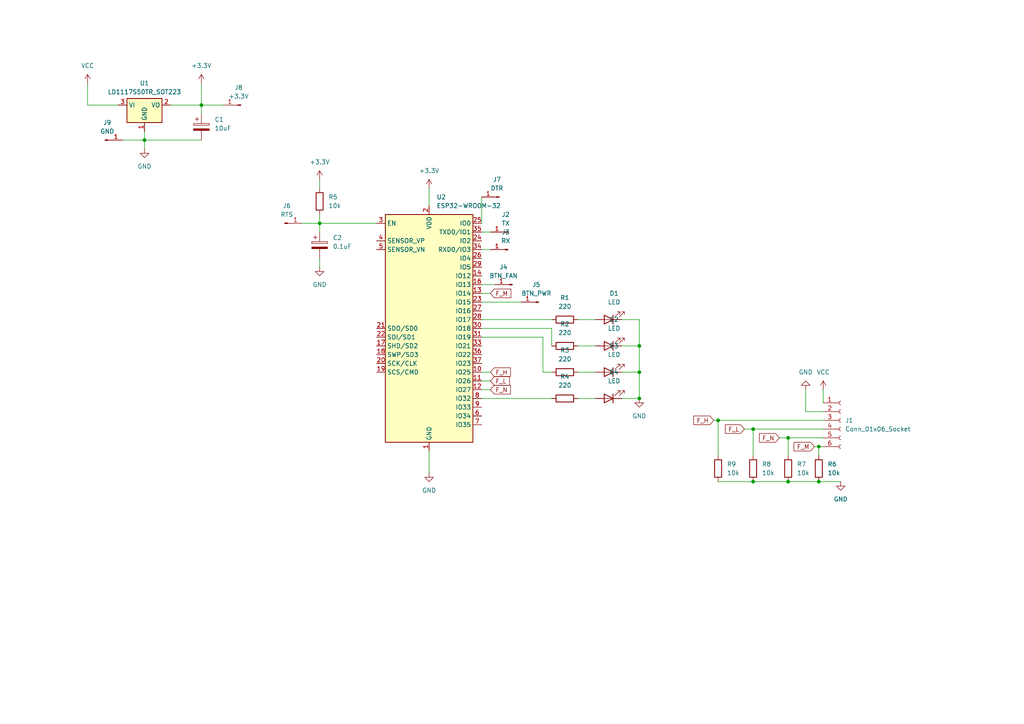
<source format=kicad_sch>
(kicad_sch (version 20250114) (generator "eeschema") (generator_version "9.0")
  (paper "A4")
  (title_block (title "Levoit Core200s") (date "08/2025") (rev "0"))
  (lib_symbols
    (symbol "Connector:Conn_01x01_Pin" (pin_names (offset 1.016) (hide yes))
      (property "Reference" "J" (at 0 2.54 0))
      (property "Value" "Conn_01x01_Pin" (at 0 -2.54 0))
      (symbol "Conn_01x01_Pin_1_1"
        (rectangle (start 0.8636 0.127) (end 0 -0.127) (stroke (width 0.1524)) (fill (type outline)))
        (polyline (pts (xy 1.27 0) (xy 0.8636 0)) (stroke (width 0.1524)))
        (pin passive line (at 5.08 0 180) (length 3.81) (name "Pin_1") (number "1"))
      )
    )
    (symbol "Connector:Conn_01x06_Socket" (pin_names (offset 1.016) (hide yes))
      (property "Reference" "J" (at 0 7.62 0))
      (property "Value" "Conn_01x06_Socket" (at 0 -10.16 0))
      (symbol "Conn_01x06_Socket_1_1"
        (polyline (pts (xy -1.27 5.08) (xy -0.508 5.08)) (stroke (width 0.1524)))
        (polyline (pts (xy -1.27 2.54) (xy -0.508 2.54)) (stroke (width 0.1524)))
        (polyline (pts (xy -1.27 0) (xy -0.508 0)) (stroke (width 0.1524)))
        (polyline (pts (xy -1.27 -2.54) (xy -0.508 -2.54)) (stroke (width 0.1524)))
        (polyline (pts (xy -1.27 -5.08) (xy -0.508 -5.08)) (stroke (width 0.1524)))
        (polyline (pts (xy -1.27 -7.62) (xy -0.508 -7.62)) (stroke (width 0.1524)))
        (arc (start 0 4.572) (mid -0.5058 5.08) (end 0 5.588) (stroke (width 0.1524)))
        (arc (start 0 2.032) (mid -0.5058 2.54) (end 0 3.048) (stroke (width 0.1524)))
        (arc (start 0 -0.508) (mid -0.5058 0) (end 0 0.508) (stroke (width 0.1524)))
        (arc (start 0 -3.048) (mid -0.5058 -2.54) (end 0 -2.032) (stroke (width 0.1524)))
        (arc (start 0 -5.588) (mid -0.5058 -5.08) (end 0 -4.572) (stroke (width 0.1524)))
        (arc (start 0 -8.128) (mid -0.5058 -7.62) (end 0 -7.112) (stroke (width 0.1524)))
        (pin passive line (at -5.08 5.08 0) (length 3.81) (name "Pin_1") (number "1"))
        (pin passive line (at -5.08 2.54 0) (length 3.81) (name "Pin_2") (number "2"))
        (pin passive line (at -5.08 0 0) (length 3.81) (name "Pin_3") (number "3"))
        (pin passive line (at -5.08 -2.54 0) (length 3.81) (name "Pin_4") (number "4"))
        (pin passive line (at -5.08 -5.08 0) (length 3.81) (name "Pin_5") (number "5"))
        (pin passive line (at -5.08 -7.62 0) (length 3.81) (name "Pin_6") (number "6"))
      )
    )
    (symbol "Device:C_Polarized" (pin_numbers (hide yes)) (pin_names (offset 0.254))
      (property "Reference" "C" (at 0.635 2.54 0))
      (property "Value" "C_Polarized" (at 0.635 -2.54 0))
      (symbol "C_Polarized_0_1"
        (rectangle (start -2.286 0.508) (end 2.286 1.016))
        (polyline (pts (xy -1.778 2.286) (xy -0.762 2.286)))
        (polyline (pts (xy -1.27 2.794) (xy -1.27 1.778)))
        (rectangle (start 2.286 -0.508) (end -2.286 -1.016) (fill (type outline)))
      )
      (symbol "C_Polarized_1_1"
        (pin passive line (at 0 3.81 270) (length 2.794) (name "~") (number "1"))
        (pin passive line (at 0 -3.81 90) (length 2.794) (name "~") (number "2"))
      )
    )
    (symbol "Device:LED" (pin_numbers (hide yes)) (pin_names (offset 1.016) (hide yes))
      (property "Reference" "D" (at 0 2.54 0))
      (property "Value" "LED" (at 0 -2.54 0))
      (symbol "LED_0_1"
        (polyline (pts (xy -3.048 -0.762) (xy -4.572 -2.286) (xy -3.81 -2.286) (xy -4.572 -2.286) (xy -4.572 -1.524)))
        (polyline (pts (xy -1.778 -0.762) (xy -3.302 -2.286) (xy -2.54 -2.286) (xy -3.302 -2.286) (xy -3.302 -1.524)))
        (polyline (pts (xy -1.27 0) (xy 1.27 0)))
        (polyline (pts (xy -1.27 -1.27) (xy -1.27 1.27)) (stroke (width 0.254)))
        (polyline (pts (xy 1.27 -1.27) (xy 1.27 1.27) (xy -1.27 0) (xy 1.27 -1.27)) (stroke (width 0.254)))
      )
      (symbol "LED_1_1"
        (pin passive line (at -3.81 0 0) (length 2.54) (name "K") (number "1"))
        (pin passive line (at 3.81 0 180) (length 2.54) (name "A") (number "2"))
      )
    )
    (symbol "Device:R" (pin_numbers (hide yes)) (pin_names (offset 0))
      (property "Reference" "R" (at 2.032 0 90))
      (property "Value" "R" (at 0 0 90))
      (symbol "R_0_1"
        (rectangle (start -1.016 -2.54) (end 1.016 2.54) (stroke (width 0.254)))
      )
      (symbol "R_1_1"
        (pin passive line (at 0 3.81 270) (length 1.27) (name "~") (number "1"))
        (pin passive line (at 0 -3.81 90) (length 1.27) (name "~") (number "2"))
      )
    )
    (symbol "RF_Module:ESP32-WROOM-32"
      (property "Reference" "U" (at -12.7 34.29 0))
      (property "Value" "ESP32-WROOM-32" (at 1.27 34.29 0))
      (symbol "ESP32-WROOM-32_0_1"
        (rectangle (start -12.7 33.02) (end 12.7 -33.02) (stroke (width 0.254)) (fill (type background)))
      )
      (symbol "ESP32-WROOM-32_1_1"
        (pin input line (at -15.24 30.48 0) (length 2.54) (name "EN") (number "3"))
        (pin input line (at -15.24 25.4 0) (length 2.54) (name "SENSOR_VP") (number "4"))
        (pin input line (at -15.24 22.86 0) (length 2.54) (name "SENSOR_VN") (number "5"))
        (pin bidirectional line (at -15.24 0 0) (length 2.54) (name "SDO/SD0") (number "21"))
        (pin bidirectional line (at -15.24 -2.54 0) (length 2.54) (name "SDI/SD1") (number "22"))
        (pin bidirectional line (at -15.24 -5.08 0) (length 2.54) (name "SHD/SD2") (number "17"))
        (pin bidirectional line (at -15.24 -7.62 0) (length 2.54) (name "SWP/SD3") (number "18"))
        (pin bidirectional line (at -15.24 -10.16 0) (length 2.54) (name "SCK/CLK") (number "20"))
        (pin bidirectional line (at -15.24 -12.7 0) (length 2.54) (name "SCS/CMD") (number "19"))
        (pin no_connect line (at -12.7 -27.94 0) (length 2.54) (hide yes) (name "NC") (number "32"))
        (pin power_in line (at 0 35.56 270) (length 2.54) (name "VDD") (number "2"))
        (pin power_in line (at 0 -35.56 90) (length 2.54) (name "GND") (number "1"))
        (pin passive line (at 0 -35.56 90) (length 2.54) (hide yes) (name "GND") (number "15"))
        (pin passive line (at 0 -35.56 90) (length 2.54) (hide yes) (name "GND") (number "38"))
        (pin passive line (at 0 -35.56 90) (length 2.54) (hide yes) (name "GND") (number "39"))
        (pin bidirectional line (at 15.24 30.48 180) (length 2.54) (name "IO0") (number "25"))
        (pin bidirectional line (at 15.24 27.94 180) (length 2.54) (name "TXD0/IO1") (number "35"))
        (pin bidirectional line (at 15.24 25.4 180) (length 2.54) (name "IO2") (number "24"))
        (pin bidirectional line (at 15.24 22.86 180) (length 2.54) (name "RXD0/IO3") (number "34"))
        (pin bidirectional line (at 15.24 20.32 180) (length 2.54) (name "IO4") (number "26"))
        (pin bidirectional line (at 15.24 17.78 180) (length 2.54) (name "IO5") (number "29"))
        (pin bidirectional line (at 15.24 15.24 180) (length 2.54) (name "IO12") (number "14"))
        (pin bidirectional line (at 15.24 12.7 180) (length 2.54) (name "IO13") (number "16"))
        (pin bidirectional line (at 15.24 10.16 180) (length 2.54) (name "IO14") (number "13"))
        (pin bidirectional line (at 15.24 7.62 180) (length 2.54) (name "IO15") (number "23"))
        (pin bidirectional line (at 15.24 5.08 180) (length 2.54) (name "IO16") (number "27"))
        (pin bidirectional line (at 15.24 2.54 180) (length 2.54) (name "IO17") (number "28"))
        (pin bidirectional line (at 15.24 0 180) (length 2.54) (name "IO18") (number "30"))
        (pin bidirectional line (at 15.24 -2.54 180) (length 2.54) (name "IO19") (number "31"))
        (pin bidirectional line (at 15.24 -5.08 180) (length 2.54) (name "IO21") (number "33"))
        (pin bidirectional line (at 15.24 -7.62 180) (length 2.54) (name "IO22") (number "36"))
        (pin bidirectional line (at 15.24 -10.16 180) (length 2.54) (name "IO23") (number "37"))
        (pin bidirectional line (at 15.24 -12.7 180) (length 2.54) (name "IO25") (number "10"))
        (pin bidirectional line (at 15.24 -15.24 180) (length 2.54) (name "IO26") (number "11"))
        (pin bidirectional line (at 15.24 -17.78 180) (length 2.54) (name "IO27") (number "12"))
        (pin bidirectional line (at 15.24 -20.32 180) (length 2.54) (name "IO32") (number "8"))
        (pin bidirectional line (at 15.24 -22.86 180) (length 2.54) (name "IO33") (number "9"))
        (pin input line (at 15.24 -25.4 180) (length 2.54) (name "IO34") (number "6"))
        (pin input line (at 15.24 -27.94 180) (length 2.54) (name "IO35") (number "7"))
      )
    )
    (symbol "Regulator_Linear:LD1117S50TR_SOT223"
      (property "Reference" "U" (at -3.81 3.175 0))
      (property "Value" "LD1117S50TR_SOT223" (at 0 3.175 0))
      (symbol "LD1117S50TR_SOT223_0_1"
        (rectangle (start -5.08 -5.08) (end 5.08 1.905) (stroke (width 0.254)) (fill (type background)))
      )
      (symbol "LD1117S50TR_SOT223_1_1"
        (pin power_in line (at -7.62 0 0) (length 2.54) (name "VI") (number "3"))
        (pin power_in line (at 0 -7.62 90) (length 2.54) (name "GND") (number "1"))
        (pin power_out line (at 7.62 0 180) (length 2.54) (name "VO") (number "2"))
      )
    )
    (symbol "power:+3.3V" (power) (pin_numbers (hide yes)) (pin_names (offset 0) (hide yes))
      (property "Value" "+3.3V" (at 0 3.556 0))
      (symbol "+3.3V_0_1"
        (polyline (pts (xy -0.762 1.27) (xy 0 2.54)))
        (polyline (pts (xy 0 2.54) (xy 0.762 1.27)))
        (polyline (pts (xy 0 0) (xy 0 2.54)))
      )
      (symbol "+3.3V_1_1"
        (pin power_in line (at 0 0 90) (length 0) (name "~") (number "1"))
      )
    )
    (symbol "power:GND" (power) (pin_numbers (hide yes)) (pin_names (offset 0) (hide yes))
      (property "Value" "GND" (at 0 -3.81 0))
      (symbol "GND_0_1"
        (polyline (pts (xy 0 0) (xy 0 -1.27) (xy 1.27 -1.27) (xy 0 -2.54) (xy -1.27 -1.27) (xy 0 -1.27)))
      )
      (symbol "GND_1_1"
        (pin power_in line (at 0 0 270) (length 0) (name "~") (number "1"))
      )
    )
    (symbol "power:VCC" (power) (pin_numbers (hide yes)) (pin_names (offset 0) (hide yes))
      (property "Value" "VCC" (at 0 3.556 0))
      (symbol "VCC_0_1"
        (polyline (pts (xy -0.762 1.27) (xy 0 2.54)))
        (polyline (pts (xy 0 2.54) (xy 0.762 1.27)))
        (polyline (pts (xy 0 0) (xy 0 2.54)))
      )
      (symbol "VCC_1_1"
        (pin power_in line (at 0 0 90) (length 0) (name "~") (number "1"))
      )
    )
  )
  (junction (at 41.91 40.64))
  (junction (at 237.49 139.7))
  (junction (at 185.42 107.95))
  (junction (at 58.42 30.48))
  (junction (at 228.6 139.7))
  (junction (at 208.28 121.92))
  (junction (at 218.44 139.7))
  (junction (at 185.42 115.57))
  (junction (at 185.42 100.33))
  (junction (at 92.71 64.77))
  (junction (at 237.49 129.54))
  (junction (at 218.44 124.46))
  (junction (at 228.6 127))
  (wire (pts (xy 185.42 100.33) (xy 185.42 107.95)))
  (wire (pts (xy 167.64 107.95) (xy 172.72 107.95)))
  (wire (pts (xy 139.7 67.31) (xy 142.24 67.31)))
  (wire (pts (xy 92.71 64.77) (xy 92.71 67.31)))
  (wire (pts (xy 237.49 129.54) (xy 237.49 132.08)))
  (wire (pts (xy 139.7 92.71) (xy 160.02 92.71)))
  (wire (pts (xy 185.42 107.95) (xy 185.42 115.57)))
  (wire (pts (xy 228.6 127) (xy 238.76 127)))
  (wire (pts (xy 236.22 129.54) (xy 237.49 129.54)))
  (wire (pts (xy 124.46 54.61) (xy 124.46 59.69)))
  (wire (pts (xy 167.64 92.71) (xy 172.72 92.71)))
  (wire (pts (xy 139.7 110.49) (xy 142.24 110.49)))
  (wire (pts (xy 58.42 30.48) (xy 58.42 33.02)))
  (wire (pts (xy 49.53 30.48) (xy 58.42 30.48)))
  (wire (pts (xy 124.46 130.81) (xy 124.46 137.16)))
  (wire (pts (xy 208.28 121.92) (xy 208.28 132.08)))
  (wire (pts (xy 139.7 82.55) (xy 143.51 82.55)))
  (wire (pts (xy 139.7 85.09) (xy 142.24 85.09)))
  (wire (pts (xy 87.63 64.77) (xy 92.71 64.77)))
  (wire (pts (xy 151.13 87.63) (xy 139.7 87.63)))
  (wire (pts (xy 139.7 113.03) (xy 142.24 113.03)))
  (wire (pts (xy 25.4 30.48) (xy 34.29 30.48)))
  (wire (pts (xy 233.68 119.38) (xy 233.68 113.03)))
  (wire (pts (xy 160.02 95.25) (xy 160.02 100.33)))
  (wire (pts (xy 167.64 115.57) (xy 172.72 115.57)))
  (wire (pts (xy 139.7 72.39) (xy 142.24 72.39)))
  (wire (pts (xy 215.9 124.46) (xy 218.44 124.46)))
  (wire (pts (xy 237.49 139.7) (xy 243.84 139.7)))
  (wire (pts (xy 35.56 40.64) (xy 41.91 40.64)))
  (wire (pts (xy 92.71 64.77) (xy 92.71 62.23)))
  (wire (pts (xy 139.7 107.95) (xy 142.24 107.95)))
  (wire (pts (xy 25.4 30.48) (xy 25.4 24.13)))
  (wire (pts (xy 157.48 107.95) (xy 160.02 107.95)))
  (wire (pts (xy 180.34 107.95) (xy 185.42 107.95)))
  (wire (pts (xy 109.22 64.77) (xy 92.71 64.77)))
  (wire (pts (xy 180.34 115.57) (xy 185.42 115.57)))
  (wire (pts (xy 207.01 121.92) (xy 208.28 121.92)))
  (wire (pts (xy 41.91 40.64) (xy 58.42 40.64)))
  (wire (pts (xy 58.42 30.48) (xy 58.42 24.13)))
  (wire (pts (xy 41.91 38.1) (xy 41.91 40.64)))
  (wire (pts (xy 92.71 52.07) (xy 92.71 54.61)))
  (wire (pts (xy 218.44 124.46) (xy 218.44 132.08)))
  (wire (pts (xy 41.91 40.64) (xy 41.91 43.18)))
  (wire (pts (xy 180.34 92.71) (xy 185.42 92.71)))
  (wire (pts (xy 185.42 92.71) (xy 185.42 100.33)))
  (wire (pts (xy 238.76 119.38) (xy 233.68 119.38)))
  (wire (pts (xy 218.44 139.7) (xy 228.6 139.7)))
  (wire (pts (xy 157.48 97.79) (xy 157.48 107.95)))
  (wire (pts (xy 139.7 57.15) (xy 139.7 64.77)))
  (wire (pts (xy 226.06 127) (xy 228.6 127)))
  (wire (pts (xy 167.64 100.33) (xy 172.72 100.33)))
  (wire (pts (xy 139.7 97.79) (xy 157.48 97.79)))
  (wire (pts (xy 238.76 113.03) (xy 238.76 116.84)))
  (wire (pts (xy 139.7 115.57) (xy 160.02 115.57)))
  (wire (pts (xy 228.6 127) (xy 228.6 132.08)))
  (wire (pts (xy 92.71 74.93) (xy 92.71 77.47)))
  (wire (pts (xy 208.28 121.92) (xy 238.76 121.92)))
  (wire (pts (xy 139.7 95.25) (xy 160.02 95.25)))
  (wire (pts (xy 208.28 139.7) (xy 218.44 139.7)))
  (wire (pts (xy 218.44 124.46) (xy 238.76 124.46)))
  (wire (pts (xy 228.6 139.7) (xy 237.49 139.7)))
  (wire (pts (xy 180.34 100.33) (xy 185.42 100.33)))
  (wire (pts (xy 58.42 30.48) (xy 64.77 30.48)))
  (wire (pts (xy 237.49 129.54) (xy 238.76 129.54)))
  (global_label "F_H" (shape input) (at 142.24 107.95 0) (property "Intersheetrefs" "${INTERSHEET_REFS}" (effects (hide yes))))
  (global_label "F_M" (shape input) (at 142.24 85.09 0) (property "Intersheetrefs" "${INTERSHEET_REFS}" (effects (hide yes))))
  (global_label "F_N" (shape input) (at 226.06 127 180) (property "Intersheetrefs" "${INTERSHEET_REFS}" (effects (hide yes))))
  (global_label "F_L" (shape input) (at 215.9 124.46 180) (property "Intersheetrefs" "${INTERSHEET_REFS}" (effects (hide yes))))
  (global_label "F_H" (shape input) (at 207.01 121.92 180) (property "Intersheetrefs" "${INTERSHEET_REFS}" (effects (hide yes))))
  (global_label "F_M" (shape input) (at 236.22 129.54 180) (property "Intersheetrefs" "${INTERSHEET_REFS}" (effects (hide yes))))
  (global_label "F_L" (shape input) (at 142.24 110.49 0) (property "Intersheetrefs" "${INTERSHEET_REFS}" (effects (hide yes))))
  (global_label "F_N" (shape input) (at 142.24 113.03 0) (property "Intersheetrefs" "${INTERSHEET_REFS}" (effects (hide yes))))
  (symbol (lib_id "Device:LED") (at 176.53 100.33 180) (unit 1)
    (property "Reference" "D2" (at 178.1175 92.71 0))
    (property "Value" "LED" (at 178.1175 95.25 0))
    (property "Footprint" "LED_THT:LED_D3.0mm" (effects (hide yes)))
    (property "Description" "Light emitting diode" (effects (hide yes)))
    (property "Sim.Pins" "1=K 2=A" (effects (hide yes)))
  )
  (symbol (lib_id "power:GND") (at 185.42 115.57 0) (unit 1)
    (property "Reference" "#PWR08" (effects (hide yes)))
    (property "Value" "GND" (at 185.42 120.65 0))
    (property "Description" "Power symbol creates a global label with name \"GND\" , ground" (effects (hide yes)))
  )
  (symbol (lib_id "power:+3.3V") (at 124.46 54.61 0) (mirror y) (unit 1)
    (property "Reference" "#PWR05" (effects (hide yes)))
    (property "Value" "+3.3V" (at 124.46 49.53 0))
    (property "Description" "Power symbol creates a global label with name \"+3.3V\"" (effects (hide yes)))
  )
  (symbol (lib_id "Device:R") (at 228.6 135.89 180) (unit 1)
    (property "Reference" "R7" (at 231.14 134.6199 0) (effects (justify right)))
    (property "Value" "10k" (at 231.14 137.1599 0) (effects (justify right)))
    (property "Footprint" "Resistor_THT:R_Axial_DIN0204_L3.6mm_D1.6mm_P5.08mm_Horizontal" (effects (hide yes)))
    (property "Description" "Resistor" (effects (hide yes)))
  )
  (symbol (lib_id "power:GND") (at 233.68 113.03 180) (unit 1)
    (property "Reference" "#PWR07" (effects (hide yes)))
    (property "Value" "GND" (at 233.68 107.95 0))
    (property "Description" "Power symbol creates a global label with name \"GND\" , ground" (effects (hide yes)))
  )
  (symbol (lib_id "Device:LED") (at 176.53 92.71 180) (unit 1)
    (property "Reference" "D1" (at 178.1175 85.09 0))
    (property "Value" "LED" (at 178.1175 87.63 0))
    (property "Footprint" "LED_THT:LED_D3.0mm" (effects (hide yes)))
    (property "Description" "Light emitting diode" (effects (hide yes)))
    (property "Sim.Pins" "1=K 2=A" (effects (hide yes)))
  )
  (symbol (lib_id "power:VCC") (at 25.4 24.13 0) (unit 1)
    (property "Reference" "#PWR02" (effects (hide yes)))
    (property "Value" "VCC" (at 25.4 19.05 0))
    (property "Description" "Power symbol creates a global label with name \"VCC\"" (effects (hide yes)))
  )
  (symbol (lib_id "power:GND") (at 124.46 137.16 0) (unit 1)
    (property "Reference" "#PWR03" (effects (hide yes)))
    (property "Value" "GND" (at 124.46 142.24 0))
    (property "Description" "Power symbol creates a global label with name \"GND\" , ground" (effects (hide yes)))
  )
  (symbol (lib_id "Device:R") (at 163.83 100.33 90) (unit 1)
    (property "Reference" "R2" (at 163.83 93.98 90))
    (property "Value" "220" (at 163.83 96.52 90))
    (property "Footprint" "Resistor_THT:R_Axial_DIN0204_L3.6mm_D1.6mm_P5.08mm_Horizontal" (effects (hide yes)))
    (property "Description" "Resistor" (effects (hide yes)))
  )
  (symbol (lib_id "Connector:Conn_01x01_Pin") (at 156.21 87.63 180) (unit 1)
    (property "Reference" "J5" (at 155.575 82.55 0))
    (property "Value" "BTN_PWR" (at 155.575 85.09 0))
    (property "Footprint" "Connector_PinHeader_1.00mm:PinHeader_1x01_P1.00mm_Vertical" (effects (hide yes)))
    (property "Description" "Generic connector, single row, 01x01, script generated" (effects (hide yes)))
  )
  (symbol (lib_id "Device:C_Polarized") (at 58.42 36.83 0) (unit 1)
    (property "Reference" "C1" (at 62.23 34.6709 0) (effects (justify left)))
    (property "Value" "10uF" (at 62.23 37.2109 0) (effects (justify left)))
    (property "Footprint" "Capacitor_THT:CP_Radial_D5.0mm_P2.50mm" (effects (hide yes)))
    (property "Description" "Polarized capacitor" (effects (hide yes)))
  )
  (symbol (lib_id "Connector:Conn_01x01_Pin") (at 147.32 72.39 180) (unit 1)
    (property "Reference" "J3" (at 146.685 67.31 0))
    (property "Value" "RX" (at 146.685 69.85 0))
    (property "Footprint" "Connector_PinHeader_1.00mm:PinHeader_1x01_P1.00mm_Vertical" (effects (hide yes)))
    (property "Description" "Generic connector, single row, 01x01, script generated" (effects (hide yes)))
  )
  (symbol (lib_id "Device:LED") (at 176.53 115.57 180) (unit 1)
    (property "Reference" "D4" (at 178.1175 107.95 0))
    (property "Value" "LED" (at 178.1175 110.49 0))
    (property "Footprint" "LED_THT:LED_D3.0mm" (effects (hide yes)))
    (property "Description" "Light emitting diode" (effects (hide yes)))
    (property "Sim.Pins" "1=K 2=A" (effects (hide yes)))
  )
  (symbol (lib_id "Device:R") (at 92.71 58.42 180) (unit 1)
    (property "Reference" "R5" (at 95.25 57.1499 0) (effects (justify right)))
    (property "Value" "10k" (at 95.25 59.6899 0) (effects (justify right)))
    (property "Footprint" "Resistor_THT:R_Axial_DIN0204_L3.6mm_D1.6mm_P5.08mm_Horizontal" (effects (hide yes)))
    (property "Description" "Resistor" (effects (hide yes)))
  )
  (symbol (lib_id "Device:R") (at 218.44 135.89 180) (unit 1)
    (property "Reference" "R8" (at 220.98 134.6199 0) (effects (justify right)))
    (property "Value" "10k" (at 220.98 137.1599 0) (effects (justify right)))
    (property "Footprint" "Resistor_THT:R_Axial_DIN0204_L3.6mm_D1.6mm_P5.08mm_Horizontal" (effects (hide yes)))
    (property "Description" "Resistor" (effects (hide yes)))
  )
  (symbol (lib_id "Device:R") (at 163.83 92.71 90) (unit 1)
    (property "Reference" "R1" (at 163.83 86.36 90))
    (property "Value" "220" (at 163.83 88.9 90))
    (property "Footprint" "Resistor_THT:R_Axial_DIN0204_L3.6mm_D1.6mm_P5.08mm_Horizontal" (effects (hide yes)))
    (property "Description" "Resistor" (effects (hide yes)))
  )
  (symbol (lib_id "power:+3.3V") (at 92.71 52.07 0) (mirror y) (unit 1)
    (property "Reference" "#PWR09" (effects (hide yes)))
    (property "Value" "+3.3V" (at 92.71 46.99 0))
    (property "Description" "Power symbol creates a global label with name \"+3.3V\"" (effects (hide yes)))
  )
  (symbol (lib_id "Device:LED") (at 176.53 107.95 180) (unit 1)
    (property "Reference" "D3" (at 178.1175 100.33 0))
    (property "Value" "LED" (at 178.1175 102.87 0))
    (property "Footprint" "LED_THT:LED_D3.0mm" (effects (hide yes)))
    (property "Description" "Light emitting diode" (effects (hide yes)))
    (property "Sim.Pins" "1=K 2=A" (effects (hide yes)))
  )
  (symbol (lib_id "Device:R") (at 237.49 135.89 180) (unit 1)
    (property "Reference" "R6" (at 240.03 134.6199 0) (effects (justify right)))
    (property "Value" "10k" (at 240.03 137.1599 0) (effects (justify right)))
    (property "Footprint" "Resistor_THT:R_Axial_DIN0204_L3.6mm_D1.6mm_P5.08mm_Horizontal" (effects (hide yes)))
    (property "Description" "Resistor" (effects (hide yes)))
  )
  (symbol (lib_id "Device:C_Polarized") (at 92.71 71.12 0) (unit 1)
    (property "Reference" "C2" (at 96.52 68.9609 0) (effects (justify left)))
    (property "Value" "0.1uF" (at 96.52 71.5009 0) (effects (justify left)))
    (property "Footprint" "Capacitor_THT:CP_Radial_D5.0mm_P2.50mm" (effects (hide yes)))
    (property "Description" "Polarized capacitor" (effects (hide yes)))
  )
  (symbol (lib_id "Device:R") (at 163.83 107.95 90) (unit 1)
    (property "Reference" "R3" (at 163.83 101.6 90))
    (property "Value" "220" (at 163.83 104.14 90))
    (property "Footprint" "Resistor_THT:R_Axial_DIN0204_L3.6mm_D1.6mm_P5.08mm_Horizontal" (effects (hide yes)))
    (property "Description" "Resistor" (effects (hide yes)))
  )
  (symbol (lib_id "power:VCC") (at 238.76 113.03 0) (unit 1)
    (property "Reference" "#PWR06" (effects (hide yes)))
    (property "Value" "VCC" (at 238.76 107.95 0))
    (property "Description" "Power symbol creates a global label with name \"VCC\"" (effects (hide yes)))
  )
  (symbol (lib_id "Connector:Conn_01x01_Pin") (at 144.78 57.15 180) (unit 1)
    (property "Reference" "J7" (at 144.145 52.07 0))
    (property "Value" "DTR" (at 144.145 54.61 0))
    (property "Footprint" "Connector_PinHeader_1.00mm:PinHeader_1x01_P1.00mm_Vertical" (effects (hide yes)))
    (property "Description" "Generic connector, single row, 01x01, script generated" (effects (hide yes)))
  )
  (symbol (lib_id "RF_Module:ESP32-WROOM-32") (at 124.46 95.25 0) (unit 1)
    (property "Reference" "U2" (at 126.6033 57.15 0) (effects (justify left)))
    (property "Value" "ESP32-WROOM-32" (at 126.6033 59.69 0) (effects (justify left)))
    (property "Footprint" "RF_Module:ESP32-WROOM-32" (effects (hide yes)))
    (property "Datasheet" "https://www.espressif.com/sites/default/files/documentation/esp32-wroom-32_datasheet_en.pdf" (effects (hide yes)))
    (property "Description" "RF Module, ESP32-D0WDQ6 SoC, Wi-Fi 802.11b/g/n, Bluetooth, BLE, 32-bit, 2.7-3.6V, onboard antenna, SMD" (effects (hide yes)))
  )
  (symbol (lib_id "Connector:Conn_01x01_Pin") (at 69.85 30.48 180) (unit 1)
    (property "Reference" "J8" (at 69.215 25.4 0))
    (property "Value" "+3.3V" (at 69.215 27.94 0))
    (property "Footprint" "Connector_PinHeader_1.00mm:PinHeader_1x01_P1.00mm_Vertical" (effects (hide yes)))
    (property "Description" "Generic connector, single row, 01x01, script generated" (effects (hide yes)))
  )
  (symbol (lib_id "Device:R") (at 208.28 135.89 180) (unit 1)
    (property "Reference" "R9" (at 210.82 134.6199 0) (effects (justify right)))
    (property "Value" "10k" (at 210.82 137.1599 0) (effects (justify right)))
    (property "Footprint" "Resistor_THT:R_Axial_DIN0204_L3.6mm_D1.6mm_P5.08mm_Horizontal" (effects (hide yes)))
    (property "Description" "Resistor" (effects (hide yes)))
  )
  (symbol (lib_id "power:GND") (at 41.91 43.18 0) (unit 1)
    (property "Reference" "#PWR01" (effects (hide yes)))
    (property "Value" "GND" (at 41.91 48.26 0))
    (property "Description" "Power symbol creates a global label with name \"GND\" , ground" (effects (hide yes)))
  )
  (symbol (lib_id "Connector:Conn_01x01_Pin") (at 148.59 82.55 180) (unit 1)
    (property "Reference" "J4" (at 146.05 77.47 0))
    (property "Value" "BTN_FAN" (at 146.05 80.01 0))
    (property "Footprint" "Connector_PinHeader_1.00mm:PinHeader_1x01_P1.00mm_Vertical" (effects (hide yes)))
    (property "Description" "Generic connector, single row, 01x01, script generated" (effects (hide yes)))
  )
  (symbol (lib_id "power:+3.3V") (at 58.42 24.13 0) (mirror y) (unit 1)
    (property "Reference" "#PWR04" (effects (hide yes)))
    (property "Value" "+3.3V" (at 58.42 19.05 0))
    (property "Description" "Power symbol creates a global label with name \"+3.3V\"" (effects (hide yes)))
  )
  (symbol (lib_id "Connector:Conn_01x01_Pin") (at 82.55 64.77 0) (unit 1)
    (property "Reference" "J6" (at 83.185 59.69 0))
    (property "Value" "RTS" (at 83.185 62.23 0))
    (property "Footprint" "Connector_PinHeader_1.00mm:PinHeader_1x01_P1.00mm_Vertical" (effects (hide yes)))
    (property "Description" "Generic connector, single row, 01x01, script generated" (effects (hide yes)))
  )
  (symbol (lib_id "power:GND") (at 243.84 139.7 0) (unit 1)
    (property "Reference" "#PWR011" (effects (hide yes)))
    (property "Value" "GND" (at 243.84 144.78 0))
    (property "Description" "Power symbol creates a global label with name \"GND\" , ground" (effects (hide yes)))
  )
  (symbol (lib_id "Connector:Conn_01x01_Pin") (at 30.48 40.64 0) (unit 1)
    (property "Reference" "J9" (at 31.115 35.56 0))
    (property "Value" "GND" (at 31.115 38.1 0))
    (property "Footprint" "Connector_PinHeader_1.00mm:PinHeader_1x01_P1.00mm_Vertical" (effects (hide yes)))
    (property "Description" "Generic connector, single row, 01x01, script generated" (effects (hide yes)))
  )
  (symbol (lib_id "power:GND") (at 92.71 77.47 0) (unit 1)
    (property "Reference" "#PWR010" (effects (hide yes)))
    (property "Value" "GND" (at 92.71 82.55 0))
    (property "Description" "Power symbol creates a global label with name \"GND\" , ground" (effects (hide yes)))
  )
  (symbol (lib_id "Regulator_Linear:LD1117S50TR_SOT223") (at 41.91 30.48 0) (unit 1)
    (property "Reference" "U1" (at 41.91 24.13 0))
    (property "Value" "LD1117S50TR_SOT223" (at 41.91 26.67 0))
    (property "Footprint" "Package_TO_SOT_SMD:SOT-223-3_TabPin2" (effects (hide yes)))
    (property "Datasheet" "http://www.st.com/st-web-ui/static/active/en/resource/technical/document/datasheet/CD00000544.pdf" (effects (hide yes)))
    (property "Description" "800mA Fixed Low Drop Positive Voltage Regulator, Fixed Output 5.0V, SOT-223" (effects (hide yes)))
  )
  (symbol (lib_id "Device:R") (at 163.83 115.57 90) (unit 1)
    (property "Reference" "R4" (at 163.83 109.22 90))
    (property "Value" "220" (at 163.83 111.76 90))
    (property "Footprint" "Resistor_THT:R_Axial_DIN0204_L3.6mm_D1.6mm_P5.08mm_Horizontal" (effects (hide yes)))
    (property "Description" "Resistor" (effects (hide yes)))
  )
  (symbol (lib_id "Connector:Conn_01x01_Pin") (at 147.32 67.31 180) (unit 1)
    (property "Reference" "J2" (at 146.685 62.23 0))
    (property "Value" "TX" (at 146.685 64.77 0))
    (property "Footprint" "Connector_PinHeader_1.00mm:PinHeader_1x01_P1.00mm_Vertical" (effects (hide yes)))
    (property "Description" "Generic connector, single row, 01x01, script generated" (effects (hide yes)))
  )
  (symbol (lib_id "Connector:Conn_01x06_Socket") (at 243.84 121.92 0) (unit 1)
    (property "Reference" "J1" (at 245.11 121.9199 0) (effects (justify left)))
    (property "Value" "Conn_01x06_Socket" (at 245.11 124.4599 0) (effects (justify left)))
    (property "Footprint" "Connector_JST:JST_PH_S6B-PH-K_1x06_P2.00mm_Horizontal" (effects (hide yes)))
    (property "Description" "Generic connector, single row, 01x06, script generated" (effects (hide yes)))
  )
)
</source>
